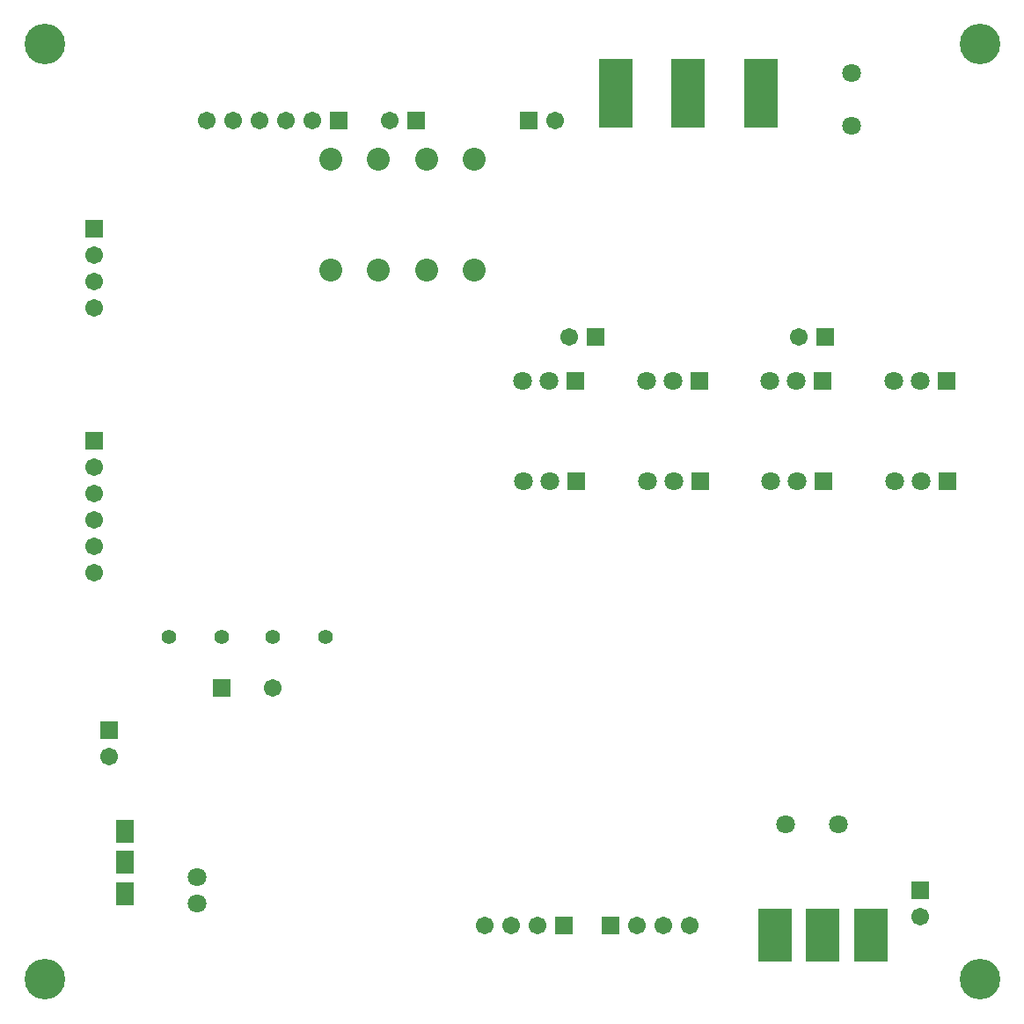
<source format=gbs>
G04*
G04 #@! TF.GenerationSoftware,Altium Limited,Altium Designer,18.1.9 (240)*
G04*
G04 Layer_Color=16711935*
%FSLAX25Y25*%
%MOIN*%
G70*
G01*
G75*
%ADD37O,0.15367X0.15367*%
%ADD38R,0.12611X0.26391*%
%ADD39C,0.06706*%
%ADD40R,0.06706X0.06706*%
%ADD41R,0.06706X0.06706*%
%ADD42R,0.07099X0.07099*%
%ADD43C,0.07099*%
%ADD44C,0.08674*%
%ADD45C,0.05524*%
%ADD46R,0.06706X0.06706*%
%ADD47C,0.06706*%
%ADD48R,0.07099X0.08674*%
%ADD49R,0.12611X0.20485*%
D37*
X374016Y374016D02*
D03*
X19685Y374016D02*
D03*
X374016Y19685D02*
D03*
X19685D02*
D03*
D38*
X236000Y355500D02*
D03*
X263559D02*
D03*
X291118D02*
D03*
D39*
X213000Y345000D02*
D03*
X150500D02*
D03*
X81000D02*
D03*
X91000D02*
D03*
X101000D02*
D03*
X111000D02*
D03*
X121000D02*
D03*
X38500Y294200D02*
D03*
Y284200D02*
D03*
Y274200D02*
D03*
X305500Y263200D02*
D03*
X218500D02*
D03*
X206500Y40151D02*
D03*
X196500D02*
D03*
X186500D02*
D03*
X44000Y104000D02*
D03*
X351500Y43500D02*
D03*
X38500Y213600D02*
D03*
Y203600D02*
D03*
Y193600D02*
D03*
Y183600D02*
D03*
Y173600D02*
D03*
X264000Y40151D02*
D03*
X254000D02*
D03*
X244000D02*
D03*
D40*
X203000Y345000D02*
D03*
X160500D02*
D03*
X131000D02*
D03*
X315500Y263200D02*
D03*
X228500D02*
D03*
X216500Y40151D02*
D03*
X234000D02*
D03*
D41*
X38500Y304200D02*
D03*
X44000Y114000D02*
D03*
X351500Y53500D02*
D03*
X38500Y223600D02*
D03*
D42*
X361333Y246400D02*
D03*
X267667D02*
D03*
X361667Y208500D02*
D03*
X220833Y246400D02*
D03*
X314500D02*
D03*
X221167Y208500D02*
D03*
X268000D02*
D03*
X314833D02*
D03*
D43*
X351333Y246400D02*
D03*
X341333D02*
D03*
X257667D02*
D03*
X247667D02*
D03*
X351667Y208500D02*
D03*
X341667D02*
D03*
X77500Y58500D02*
D03*
Y48500D02*
D03*
X320500Y78500D02*
D03*
X300500D02*
D03*
X325500Y343000D02*
D03*
Y363000D02*
D03*
X200833Y246400D02*
D03*
X210833D02*
D03*
X294500D02*
D03*
X304500D02*
D03*
X201167Y208500D02*
D03*
X211167D02*
D03*
X248000D02*
D03*
X258000D02*
D03*
X294833D02*
D03*
X304833D02*
D03*
D44*
X164333Y330563D02*
D03*
Y288437D02*
D03*
X182500Y330563D02*
D03*
Y288437D02*
D03*
X146167Y330563D02*
D03*
Y288437D02*
D03*
X128000Y330563D02*
D03*
Y288437D02*
D03*
D45*
X86900Y149500D02*
D03*
X66900D02*
D03*
X106193D02*
D03*
X126193D02*
D03*
D46*
X86900Y130000D02*
D03*
D47*
X106100Y130000D02*
D03*
D48*
X50200Y52189D02*
D03*
Y64000D02*
D03*
Y75811D02*
D03*
D49*
X296300Y36500D02*
D03*
X314500D02*
D03*
X332800D02*
D03*
M02*

</source>
